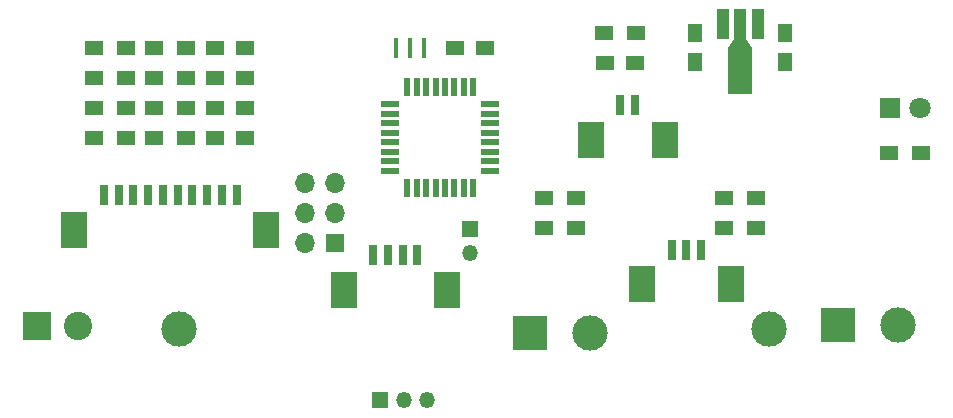
<source format=gts>
G04 #@! TF.FileFunction,Soldermask,Top*
%FSLAX46Y46*%
G04 Gerber Fmt 4.6, Leading zero omitted, Abs format (unit mm)*
G04 Created by KiCad (PCBNEW 4.0.7) date 08/08/19 18:58:54*
%MOMM*%
%LPD*%
G01*
G04 APERTURE LIST*
%ADD10C,0.100000*%
%ADD11R,1.350000X1.350000*%
%ADD12O,1.350000X1.350000*%
%ADD13R,3.000000X3.000000*%
%ADD14C,3.000000*%
%ADD15R,2.400000X2.400000*%
%ADD16C,2.400000*%
%ADD17R,1.600000X1.600000*%
%ADD18O,1.700000X1.700000*%
%ADD19R,1.250000X1.500000*%
%ADD20R,1.500000X1.250000*%
%ADD21R,1.500000X1.300000*%
%ADD22R,1.000000X2.500000*%
%ADD23R,2.000000X4.000000*%
%ADD24R,0.550000X1.600000*%
%ADD25R,1.600000X0.550000*%
%ADD26R,0.400000X1.800000*%
%ADD27R,0.800000X1.700000*%
%ADD28R,2.200000X3.100000*%
%ADD29R,1.800000X1.800000*%
%ADD30C,1.800000*%
G04 APERTURE END LIST*
D10*
D11*
X163068000Y-120650000D03*
D12*
X165068000Y-120650000D03*
X167068000Y-120650000D03*
D13*
X175768000Y-114935000D03*
D14*
X180848000Y-114935000D03*
X195998000Y-114619000D03*
D15*
X133998000Y-114365000D03*
D16*
X137498000Y-114365000D03*
D17*
X159258000Y-107315000D03*
D18*
X156718000Y-107315000D03*
X159258000Y-104775000D03*
X156718000Y-104775000D03*
X159258000Y-102235000D03*
X156718000Y-102235000D03*
D11*
X170688000Y-106172000D03*
D12*
X170688000Y-108172000D03*
D13*
X201803000Y-114300000D03*
D14*
X206883000Y-114300000D03*
D19*
X197358000Y-89555000D03*
X197358000Y-92055000D03*
X189738000Y-89555000D03*
X189738000Y-92055000D03*
D20*
X169438000Y-90805000D03*
X171938000Y-90805000D03*
X149118000Y-90805000D03*
X151618000Y-90805000D03*
X149118000Y-93345000D03*
X151618000Y-93345000D03*
X149118000Y-98425000D03*
X151618000Y-98425000D03*
X184638000Y-92075000D03*
X182138000Y-92075000D03*
X149118000Y-95885000D03*
X151618000Y-95885000D03*
D21*
X206168000Y-99695000D03*
X208868000Y-99695000D03*
X143938000Y-90805000D03*
X146638000Y-90805000D03*
X138858000Y-90805000D03*
X141558000Y-90805000D03*
X143938000Y-93345000D03*
X146638000Y-93345000D03*
X138858000Y-93345000D03*
X141558000Y-93345000D03*
X176958000Y-103505000D03*
X179658000Y-103505000D03*
X143938000Y-98425000D03*
X146638000Y-98425000D03*
X138858000Y-98425000D03*
X141558000Y-98425000D03*
X176958000Y-106045000D03*
X179658000Y-106045000D03*
X182038000Y-89535000D03*
X184738000Y-89535000D03*
X138858000Y-95885000D03*
X141558000Y-95885000D03*
X143938000Y-95885000D03*
X146638000Y-95885000D03*
X194898000Y-103505000D03*
X192198000Y-103505000D03*
X194898000Y-106045000D03*
X192198000Y-106045000D03*
D22*
X195048000Y-88825000D03*
X193548000Y-88825000D03*
X192048000Y-88825000D03*
D23*
X193548000Y-92785000D03*
D10*
G36*
X192548000Y-90810000D02*
X193048000Y-90060000D01*
X194048000Y-90060000D01*
X194548000Y-90810000D01*
X192548000Y-90810000D01*
X192548000Y-90810000D01*
G37*
D24*
X170948000Y-94175000D03*
X170148000Y-94175000D03*
X169348000Y-94175000D03*
X168548000Y-94175000D03*
X167748000Y-94175000D03*
X166948000Y-94175000D03*
X166148000Y-94175000D03*
X165348000Y-94175000D03*
D25*
X163898000Y-95625000D03*
X163898000Y-96425000D03*
X163898000Y-97225000D03*
X163898000Y-98025000D03*
X163898000Y-98825000D03*
X163898000Y-99625000D03*
X163898000Y-100425000D03*
X163898000Y-101225000D03*
D24*
X165348000Y-102675000D03*
X166148000Y-102675000D03*
X166948000Y-102675000D03*
X167748000Y-102675000D03*
X168548000Y-102675000D03*
X169348000Y-102675000D03*
X170148000Y-102675000D03*
X170948000Y-102675000D03*
D25*
X172398000Y-101225000D03*
X172398000Y-100425000D03*
X172398000Y-99625000D03*
X172398000Y-98825000D03*
X172398000Y-98025000D03*
X172398000Y-97225000D03*
X172398000Y-96425000D03*
X172398000Y-95625000D03*
D26*
X164408000Y-90805000D03*
X165608000Y-90805000D03*
X166808000Y-90805000D03*
D27*
X162463000Y-108405000D03*
X163713000Y-108405000D03*
X164963000Y-108405000D03*
X166213000Y-108405000D03*
D28*
X159963000Y-111305000D03*
X168713000Y-111305000D03*
D27*
X183398000Y-95705000D03*
X184648000Y-95705000D03*
D28*
X180898000Y-98605000D03*
X187148000Y-98605000D03*
D14*
X145998000Y-114619000D03*
D27*
X187748000Y-107915000D03*
X188998000Y-107915000D03*
X190248000Y-107915000D03*
D28*
X185248000Y-110815000D03*
X192748000Y-110815000D03*
D27*
X139663000Y-103325000D03*
X140913000Y-103325000D03*
X142163000Y-103325000D03*
X143413000Y-103325000D03*
X144663000Y-103325000D03*
X145913000Y-103325000D03*
X147163000Y-103325000D03*
X148413000Y-103325000D03*
X149663000Y-103325000D03*
X150913000Y-103325000D03*
D28*
X137163000Y-106225000D03*
X153413000Y-106225000D03*
D29*
X206248000Y-95885000D03*
D30*
X208788000Y-95885000D03*
M02*

</source>
